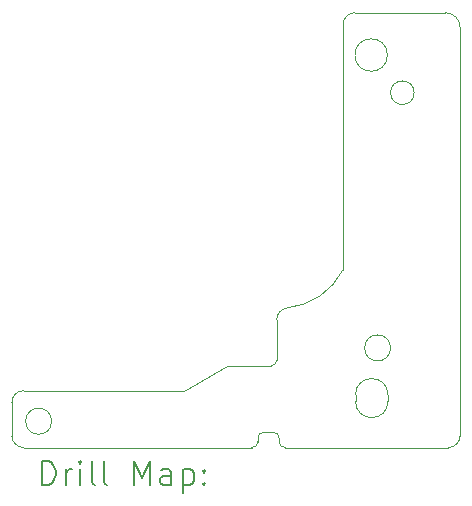
<source format=gbr>
%TF.GenerationSoftware,KiCad,Pcbnew,8.0.2*%
%TF.CreationDate,2024-09-01T00:37:31-07:00*%
%TF.ProjectId,procon_battery_pcb,70726f63-6f6e-45f6-9261-74746572795f,rev?*%
%TF.SameCoordinates,Original*%
%TF.FileFunction,Drillmap*%
%TF.FilePolarity,Positive*%
%FSLAX45Y45*%
G04 Gerber Fmt 4.5, Leading zero omitted, Abs format (unit mm)*
G04 Created by KiCad (PCBNEW 8.0.2) date 2024-09-01 00:37:31*
%MOMM*%
%LPD*%
G01*
G04 APERTURE LIST*
%ADD10C,0.100000*%
%ADD11C,0.200000*%
G04 APERTURE END LIST*
D10*
X4474640Y-5202940D02*
X4474640Y-4920940D01*
X7880958Y-2299010D02*
G75*
G02*
X7680958Y-2299010I-100000J0D01*
G01*
X7680958Y-2299010D02*
G75*
G02*
X7880958Y-2299010I100000J0D01*
G01*
X6557640Y-5222940D02*
X6557640Y-5252940D01*
X8169640Y-5302940D02*
X6787640Y-5302940D01*
X7659437Y-4911838D02*
X7659437Y-4856838D01*
X4811590Y-5080872D02*
G75*
G02*
X4591590Y-5080872I-110000J0D01*
G01*
X4591590Y-5080872D02*
G75*
G02*
X4811590Y-5080872I110000J0D01*
G01*
X6717640Y-4560940D02*
G75*
G02*
X6667640Y-4610940I-50000J0D01*
G01*
X4474640Y-4920940D02*
G75*
G02*
X4574640Y-4820940I100000J0D01*
G01*
X4574640Y-4820940D02*
X5934640Y-4820940D01*
X7659437Y-4911838D02*
G75*
G02*
X7384437Y-4911838I-137500J0D01*
G01*
X7279640Y-1720940D02*
G75*
G02*
X7379640Y-1620940I100000J0D01*
G01*
X8269640Y-1745940D02*
X8269640Y-5202940D01*
X7279640Y-3795940D02*
G75*
G02*
X6807573Y-4120663I-532020J267930D01*
G01*
X6557640Y-5222940D02*
G75*
G02*
X6607640Y-5172940I50000J0D01*
G01*
X6787640Y-5302940D02*
G75*
G02*
X6737640Y-5252940I10J50010D01*
G01*
X6299640Y-4610940D02*
X6667640Y-4610940D01*
X7384437Y-4856838D02*
X7384437Y-4911838D01*
X7680994Y-4459622D02*
G75*
G02*
X7460994Y-4459622I-110000J0D01*
G01*
X7460994Y-4459622D02*
G75*
G02*
X7680994Y-4459622I110000J0D01*
G01*
X5934640Y-4820940D02*
X6299640Y-4610940D01*
X6687640Y-5172940D02*
X6607640Y-5172940D01*
X4574640Y-5302940D02*
G75*
G02*
X4474640Y-5202940I10J100010D01*
G01*
X6737640Y-5252940D02*
X6737640Y-5222940D01*
X7654371Y-1979843D02*
G75*
G02*
X7379371Y-1979843I-137500J0D01*
G01*
X7379371Y-1979843D02*
G75*
G02*
X7654371Y-1979843I137500J0D01*
G01*
X7379640Y-1620940D02*
X8144640Y-1620940D01*
X6687640Y-5172940D02*
G75*
G02*
X6737640Y-5222940I10J-49990D01*
G01*
X7279640Y-3795940D02*
X7279640Y-1720940D01*
X8144640Y-1620940D02*
G75*
G02*
X8269640Y-1745940I0J-125000D01*
G01*
X6717640Y-4220160D02*
G75*
G02*
X6807573Y-4120668I100000J0D01*
G01*
X6507640Y-5302940D02*
X4574640Y-5302940D01*
X6557640Y-5252940D02*
G75*
G02*
X6507640Y-5302940I-50000J0D01*
G01*
X6717640Y-4560940D02*
X6717640Y-4220160D01*
X7384437Y-4856838D02*
G75*
G02*
X7659443Y-4856838I137503J-2D01*
G01*
X8269640Y-5202940D02*
G75*
G02*
X8169640Y-5302940I-100000J0D01*
G01*
D11*
X4730417Y-5619424D02*
X4730417Y-5419424D01*
X4730417Y-5419424D02*
X4778036Y-5419424D01*
X4778036Y-5419424D02*
X4806607Y-5428948D01*
X4806607Y-5428948D02*
X4825655Y-5447995D01*
X4825655Y-5447995D02*
X4835179Y-5467043D01*
X4835179Y-5467043D02*
X4844703Y-5505138D01*
X4844703Y-5505138D02*
X4844703Y-5533710D01*
X4844703Y-5533710D02*
X4835179Y-5571805D01*
X4835179Y-5571805D02*
X4825655Y-5590852D01*
X4825655Y-5590852D02*
X4806607Y-5609900D01*
X4806607Y-5609900D02*
X4778036Y-5619424D01*
X4778036Y-5619424D02*
X4730417Y-5619424D01*
X4930417Y-5619424D02*
X4930417Y-5486090D01*
X4930417Y-5524186D02*
X4939941Y-5505138D01*
X4939941Y-5505138D02*
X4949464Y-5495614D01*
X4949464Y-5495614D02*
X4968512Y-5486090D01*
X4968512Y-5486090D02*
X4987560Y-5486090D01*
X5054226Y-5619424D02*
X5054226Y-5486090D01*
X5054226Y-5419424D02*
X5044703Y-5428948D01*
X5044703Y-5428948D02*
X5054226Y-5438471D01*
X5054226Y-5438471D02*
X5063750Y-5428948D01*
X5063750Y-5428948D02*
X5054226Y-5419424D01*
X5054226Y-5419424D02*
X5054226Y-5438471D01*
X5178036Y-5619424D02*
X5158988Y-5609900D01*
X5158988Y-5609900D02*
X5149464Y-5590852D01*
X5149464Y-5590852D02*
X5149464Y-5419424D01*
X5282798Y-5619424D02*
X5263750Y-5609900D01*
X5263750Y-5609900D02*
X5254226Y-5590852D01*
X5254226Y-5590852D02*
X5254226Y-5419424D01*
X5511369Y-5619424D02*
X5511369Y-5419424D01*
X5511369Y-5419424D02*
X5578036Y-5562281D01*
X5578036Y-5562281D02*
X5644702Y-5419424D01*
X5644702Y-5419424D02*
X5644702Y-5619424D01*
X5825655Y-5619424D02*
X5825655Y-5514662D01*
X5825655Y-5514662D02*
X5816131Y-5495614D01*
X5816131Y-5495614D02*
X5797083Y-5486090D01*
X5797083Y-5486090D02*
X5758988Y-5486090D01*
X5758988Y-5486090D02*
X5739941Y-5495614D01*
X5825655Y-5609900D02*
X5806607Y-5619424D01*
X5806607Y-5619424D02*
X5758988Y-5619424D01*
X5758988Y-5619424D02*
X5739941Y-5609900D01*
X5739941Y-5609900D02*
X5730417Y-5590852D01*
X5730417Y-5590852D02*
X5730417Y-5571805D01*
X5730417Y-5571805D02*
X5739941Y-5552757D01*
X5739941Y-5552757D02*
X5758988Y-5543233D01*
X5758988Y-5543233D02*
X5806607Y-5543233D01*
X5806607Y-5543233D02*
X5825655Y-5533710D01*
X5920893Y-5486090D02*
X5920893Y-5686090D01*
X5920893Y-5495614D02*
X5939941Y-5486090D01*
X5939941Y-5486090D02*
X5978036Y-5486090D01*
X5978036Y-5486090D02*
X5997083Y-5495614D01*
X5997083Y-5495614D02*
X6006607Y-5505138D01*
X6006607Y-5505138D02*
X6016131Y-5524186D01*
X6016131Y-5524186D02*
X6016131Y-5581329D01*
X6016131Y-5581329D02*
X6006607Y-5600376D01*
X6006607Y-5600376D02*
X5997083Y-5609900D01*
X5997083Y-5609900D02*
X5978036Y-5619424D01*
X5978036Y-5619424D02*
X5939941Y-5619424D01*
X5939941Y-5619424D02*
X5920893Y-5609900D01*
X6101845Y-5600376D02*
X6111369Y-5609900D01*
X6111369Y-5609900D02*
X6101845Y-5619424D01*
X6101845Y-5619424D02*
X6092322Y-5609900D01*
X6092322Y-5609900D02*
X6101845Y-5600376D01*
X6101845Y-5600376D02*
X6101845Y-5619424D01*
X6101845Y-5495614D02*
X6111369Y-5505138D01*
X6111369Y-5505138D02*
X6101845Y-5514662D01*
X6101845Y-5514662D02*
X6092322Y-5505138D01*
X6092322Y-5505138D02*
X6101845Y-5495614D01*
X6101845Y-5495614D02*
X6101845Y-5514662D01*
M02*

</source>
